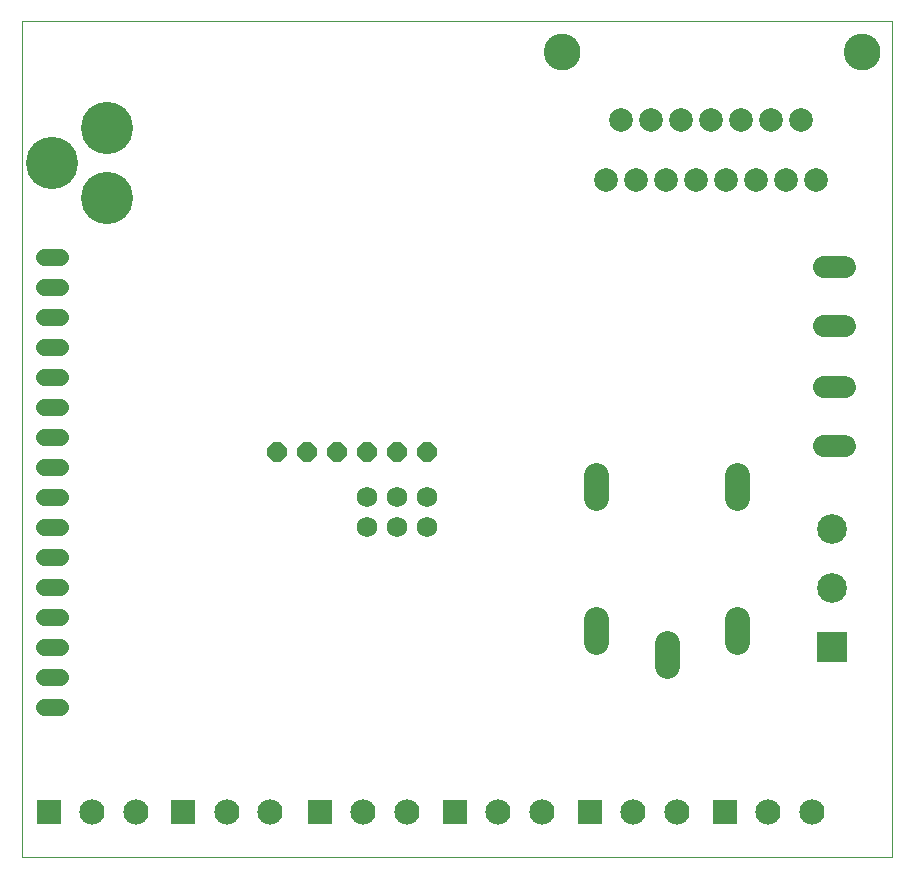
<source format=gbs>
G75*
%MOIN*%
%OFA0B0*%
%FSLAX25Y25*%
%IPPOS*%
%LPD*%
%AMOC8*
5,1,8,0,0,1.08239X$1,22.5*
%
%ADD10C,0.00000*%
%ADD11OC8,0.06400*%
%ADD12C,0.06800*%
%ADD13C,0.17400*%
%ADD14R,0.09900X0.09900*%
%ADD15C,0.09900*%
%ADD16C,0.07450*%
%ADD17C,0.08200*%
%ADD18R,0.08400X0.08400*%
%ADD19C,0.08400*%
%ADD20C,0.05600*%
%ADD21C,0.07880*%
%ADD22C,0.12200*%
D10*
X0019018Y0005102D02*
X0019018Y0283803D01*
X0308939Y0283803D01*
X0308939Y0005102D01*
X0019018Y0005102D01*
X0193118Y0273602D02*
X0193120Y0273755D01*
X0193126Y0273908D01*
X0193136Y0274061D01*
X0193150Y0274214D01*
X0193168Y0274366D01*
X0193189Y0274517D01*
X0193215Y0274668D01*
X0193245Y0274819D01*
X0193278Y0274968D01*
X0193316Y0275117D01*
X0193357Y0275264D01*
X0193402Y0275411D01*
X0193451Y0275556D01*
X0193503Y0275700D01*
X0193560Y0275842D01*
X0193620Y0275983D01*
X0193683Y0276122D01*
X0193751Y0276260D01*
X0193821Y0276396D01*
X0193896Y0276530D01*
X0193973Y0276662D01*
X0194055Y0276792D01*
X0194139Y0276920D01*
X0194227Y0277045D01*
X0194318Y0277168D01*
X0194412Y0277289D01*
X0194509Y0277407D01*
X0194610Y0277523D01*
X0194713Y0277636D01*
X0194819Y0277747D01*
X0194928Y0277854D01*
X0195040Y0277959D01*
X0195154Y0278061D01*
X0195271Y0278160D01*
X0195391Y0278255D01*
X0195513Y0278348D01*
X0195637Y0278437D01*
X0195764Y0278524D01*
X0195893Y0278606D01*
X0196024Y0278686D01*
X0196157Y0278762D01*
X0196292Y0278834D01*
X0196429Y0278903D01*
X0196567Y0278969D01*
X0196707Y0279031D01*
X0196849Y0279089D01*
X0196992Y0279143D01*
X0197137Y0279194D01*
X0197282Y0279241D01*
X0197429Y0279284D01*
X0197577Y0279323D01*
X0197726Y0279359D01*
X0197876Y0279390D01*
X0198027Y0279418D01*
X0198178Y0279442D01*
X0198330Y0279462D01*
X0198483Y0279478D01*
X0198635Y0279490D01*
X0198788Y0279498D01*
X0198941Y0279502D01*
X0199095Y0279502D01*
X0199248Y0279498D01*
X0199401Y0279490D01*
X0199553Y0279478D01*
X0199706Y0279462D01*
X0199858Y0279442D01*
X0200009Y0279418D01*
X0200160Y0279390D01*
X0200310Y0279359D01*
X0200459Y0279323D01*
X0200607Y0279284D01*
X0200754Y0279241D01*
X0200899Y0279194D01*
X0201044Y0279143D01*
X0201187Y0279089D01*
X0201329Y0279031D01*
X0201469Y0278969D01*
X0201607Y0278903D01*
X0201744Y0278834D01*
X0201879Y0278762D01*
X0202012Y0278686D01*
X0202143Y0278606D01*
X0202272Y0278524D01*
X0202399Y0278437D01*
X0202523Y0278348D01*
X0202645Y0278255D01*
X0202765Y0278160D01*
X0202882Y0278061D01*
X0202996Y0277959D01*
X0203108Y0277854D01*
X0203217Y0277747D01*
X0203323Y0277636D01*
X0203426Y0277523D01*
X0203527Y0277407D01*
X0203624Y0277289D01*
X0203718Y0277168D01*
X0203809Y0277045D01*
X0203897Y0276920D01*
X0203981Y0276792D01*
X0204063Y0276662D01*
X0204140Y0276530D01*
X0204215Y0276396D01*
X0204285Y0276260D01*
X0204353Y0276122D01*
X0204416Y0275983D01*
X0204476Y0275842D01*
X0204533Y0275700D01*
X0204585Y0275556D01*
X0204634Y0275411D01*
X0204679Y0275264D01*
X0204720Y0275117D01*
X0204758Y0274968D01*
X0204791Y0274819D01*
X0204821Y0274668D01*
X0204847Y0274517D01*
X0204868Y0274366D01*
X0204886Y0274214D01*
X0204900Y0274061D01*
X0204910Y0273908D01*
X0204916Y0273755D01*
X0204918Y0273602D01*
X0204916Y0273449D01*
X0204910Y0273296D01*
X0204900Y0273143D01*
X0204886Y0272990D01*
X0204868Y0272838D01*
X0204847Y0272687D01*
X0204821Y0272536D01*
X0204791Y0272385D01*
X0204758Y0272236D01*
X0204720Y0272087D01*
X0204679Y0271940D01*
X0204634Y0271793D01*
X0204585Y0271648D01*
X0204533Y0271504D01*
X0204476Y0271362D01*
X0204416Y0271221D01*
X0204353Y0271082D01*
X0204285Y0270944D01*
X0204215Y0270808D01*
X0204140Y0270674D01*
X0204063Y0270542D01*
X0203981Y0270412D01*
X0203897Y0270284D01*
X0203809Y0270159D01*
X0203718Y0270036D01*
X0203624Y0269915D01*
X0203527Y0269797D01*
X0203426Y0269681D01*
X0203323Y0269568D01*
X0203217Y0269457D01*
X0203108Y0269350D01*
X0202996Y0269245D01*
X0202882Y0269143D01*
X0202765Y0269044D01*
X0202645Y0268949D01*
X0202523Y0268856D01*
X0202399Y0268767D01*
X0202272Y0268680D01*
X0202143Y0268598D01*
X0202012Y0268518D01*
X0201879Y0268442D01*
X0201744Y0268370D01*
X0201607Y0268301D01*
X0201469Y0268235D01*
X0201329Y0268173D01*
X0201187Y0268115D01*
X0201044Y0268061D01*
X0200899Y0268010D01*
X0200754Y0267963D01*
X0200607Y0267920D01*
X0200459Y0267881D01*
X0200310Y0267845D01*
X0200160Y0267814D01*
X0200009Y0267786D01*
X0199858Y0267762D01*
X0199706Y0267742D01*
X0199553Y0267726D01*
X0199401Y0267714D01*
X0199248Y0267706D01*
X0199095Y0267702D01*
X0198941Y0267702D01*
X0198788Y0267706D01*
X0198635Y0267714D01*
X0198483Y0267726D01*
X0198330Y0267742D01*
X0198178Y0267762D01*
X0198027Y0267786D01*
X0197876Y0267814D01*
X0197726Y0267845D01*
X0197577Y0267881D01*
X0197429Y0267920D01*
X0197282Y0267963D01*
X0197137Y0268010D01*
X0196992Y0268061D01*
X0196849Y0268115D01*
X0196707Y0268173D01*
X0196567Y0268235D01*
X0196429Y0268301D01*
X0196292Y0268370D01*
X0196157Y0268442D01*
X0196024Y0268518D01*
X0195893Y0268598D01*
X0195764Y0268680D01*
X0195637Y0268767D01*
X0195513Y0268856D01*
X0195391Y0268949D01*
X0195271Y0269044D01*
X0195154Y0269143D01*
X0195040Y0269245D01*
X0194928Y0269350D01*
X0194819Y0269457D01*
X0194713Y0269568D01*
X0194610Y0269681D01*
X0194509Y0269797D01*
X0194412Y0269915D01*
X0194318Y0270036D01*
X0194227Y0270159D01*
X0194139Y0270284D01*
X0194055Y0270412D01*
X0193973Y0270542D01*
X0193896Y0270674D01*
X0193821Y0270808D01*
X0193751Y0270944D01*
X0193683Y0271082D01*
X0193620Y0271221D01*
X0193560Y0271362D01*
X0193503Y0271504D01*
X0193451Y0271648D01*
X0193402Y0271793D01*
X0193357Y0271940D01*
X0193316Y0272087D01*
X0193278Y0272236D01*
X0193245Y0272385D01*
X0193215Y0272536D01*
X0193189Y0272687D01*
X0193168Y0272838D01*
X0193150Y0272990D01*
X0193136Y0273143D01*
X0193126Y0273296D01*
X0193120Y0273449D01*
X0193118Y0273602D01*
X0293118Y0273602D02*
X0293120Y0273755D01*
X0293126Y0273908D01*
X0293136Y0274061D01*
X0293150Y0274214D01*
X0293168Y0274366D01*
X0293189Y0274517D01*
X0293215Y0274668D01*
X0293245Y0274819D01*
X0293278Y0274968D01*
X0293316Y0275117D01*
X0293357Y0275264D01*
X0293402Y0275411D01*
X0293451Y0275556D01*
X0293503Y0275700D01*
X0293560Y0275842D01*
X0293620Y0275983D01*
X0293683Y0276122D01*
X0293751Y0276260D01*
X0293821Y0276396D01*
X0293896Y0276530D01*
X0293973Y0276662D01*
X0294055Y0276792D01*
X0294139Y0276920D01*
X0294227Y0277045D01*
X0294318Y0277168D01*
X0294412Y0277289D01*
X0294509Y0277407D01*
X0294610Y0277523D01*
X0294713Y0277636D01*
X0294819Y0277747D01*
X0294928Y0277854D01*
X0295040Y0277959D01*
X0295154Y0278061D01*
X0295271Y0278160D01*
X0295391Y0278255D01*
X0295513Y0278348D01*
X0295637Y0278437D01*
X0295764Y0278524D01*
X0295893Y0278606D01*
X0296024Y0278686D01*
X0296157Y0278762D01*
X0296292Y0278834D01*
X0296429Y0278903D01*
X0296567Y0278969D01*
X0296707Y0279031D01*
X0296849Y0279089D01*
X0296992Y0279143D01*
X0297137Y0279194D01*
X0297282Y0279241D01*
X0297429Y0279284D01*
X0297577Y0279323D01*
X0297726Y0279359D01*
X0297876Y0279390D01*
X0298027Y0279418D01*
X0298178Y0279442D01*
X0298330Y0279462D01*
X0298483Y0279478D01*
X0298635Y0279490D01*
X0298788Y0279498D01*
X0298941Y0279502D01*
X0299095Y0279502D01*
X0299248Y0279498D01*
X0299401Y0279490D01*
X0299553Y0279478D01*
X0299706Y0279462D01*
X0299858Y0279442D01*
X0300009Y0279418D01*
X0300160Y0279390D01*
X0300310Y0279359D01*
X0300459Y0279323D01*
X0300607Y0279284D01*
X0300754Y0279241D01*
X0300899Y0279194D01*
X0301044Y0279143D01*
X0301187Y0279089D01*
X0301329Y0279031D01*
X0301469Y0278969D01*
X0301607Y0278903D01*
X0301744Y0278834D01*
X0301879Y0278762D01*
X0302012Y0278686D01*
X0302143Y0278606D01*
X0302272Y0278524D01*
X0302399Y0278437D01*
X0302523Y0278348D01*
X0302645Y0278255D01*
X0302765Y0278160D01*
X0302882Y0278061D01*
X0302996Y0277959D01*
X0303108Y0277854D01*
X0303217Y0277747D01*
X0303323Y0277636D01*
X0303426Y0277523D01*
X0303527Y0277407D01*
X0303624Y0277289D01*
X0303718Y0277168D01*
X0303809Y0277045D01*
X0303897Y0276920D01*
X0303981Y0276792D01*
X0304063Y0276662D01*
X0304140Y0276530D01*
X0304215Y0276396D01*
X0304285Y0276260D01*
X0304353Y0276122D01*
X0304416Y0275983D01*
X0304476Y0275842D01*
X0304533Y0275700D01*
X0304585Y0275556D01*
X0304634Y0275411D01*
X0304679Y0275264D01*
X0304720Y0275117D01*
X0304758Y0274968D01*
X0304791Y0274819D01*
X0304821Y0274668D01*
X0304847Y0274517D01*
X0304868Y0274366D01*
X0304886Y0274214D01*
X0304900Y0274061D01*
X0304910Y0273908D01*
X0304916Y0273755D01*
X0304918Y0273602D01*
X0304916Y0273449D01*
X0304910Y0273296D01*
X0304900Y0273143D01*
X0304886Y0272990D01*
X0304868Y0272838D01*
X0304847Y0272687D01*
X0304821Y0272536D01*
X0304791Y0272385D01*
X0304758Y0272236D01*
X0304720Y0272087D01*
X0304679Y0271940D01*
X0304634Y0271793D01*
X0304585Y0271648D01*
X0304533Y0271504D01*
X0304476Y0271362D01*
X0304416Y0271221D01*
X0304353Y0271082D01*
X0304285Y0270944D01*
X0304215Y0270808D01*
X0304140Y0270674D01*
X0304063Y0270542D01*
X0303981Y0270412D01*
X0303897Y0270284D01*
X0303809Y0270159D01*
X0303718Y0270036D01*
X0303624Y0269915D01*
X0303527Y0269797D01*
X0303426Y0269681D01*
X0303323Y0269568D01*
X0303217Y0269457D01*
X0303108Y0269350D01*
X0302996Y0269245D01*
X0302882Y0269143D01*
X0302765Y0269044D01*
X0302645Y0268949D01*
X0302523Y0268856D01*
X0302399Y0268767D01*
X0302272Y0268680D01*
X0302143Y0268598D01*
X0302012Y0268518D01*
X0301879Y0268442D01*
X0301744Y0268370D01*
X0301607Y0268301D01*
X0301469Y0268235D01*
X0301329Y0268173D01*
X0301187Y0268115D01*
X0301044Y0268061D01*
X0300899Y0268010D01*
X0300754Y0267963D01*
X0300607Y0267920D01*
X0300459Y0267881D01*
X0300310Y0267845D01*
X0300160Y0267814D01*
X0300009Y0267786D01*
X0299858Y0267762D01*
X0299706Y0267742D01*
X0299553Y0267726D01*
X0299401Y0267714D01*
X0299248Y0267706D01*
X0299095Y0267702D01*
X0298941Y0267702D01*
X0298788Y0267706D01*
X0298635Y0267714D01*
X0298483Y0267726D01*
X0298330Y0267742D01*
X0298178Y0267762D01*
X0298027Y0267786D01*
X0297876Y0267814D01*
X0297726Y0267845D01*
X0297577Y0267881D01*
X0297429Y0267920D01*
X0297282Y0267963D01*
X0297137Y0268010D01*
X0296992Y0268061D01*
X0296849Y0268115D01*
X0296707Y0268173D01*
X0296567Y0268235D01*
X0296429Y0268301D01*
X0296292Y0268370D01*
X0296157Y0268442D01*
X0296024Y0268518D01*
X0295893Y0268598D01*
X0295764Y0268680D01*
X0295637Y0268767D01*
X0295513Y0268856D01*
X0295391Y0268949D01*
X0295271Y0269044D01*
X0295154Y0269143D01*
X0295040Y0269245D01*
X0294928Y0269350D01*
X0294819Y0269457D01*
X0294713Y0269568D01*
X0294610Y0269681D01*
X0294509Y0269797D01*
X0294412Y0269915D01*
X0294318Y0270036D01*
X0294227Y0270159D01*
X0294139Y0270284D01*
X0294055Y0270412D01*
X0293973Y0270542D01*
X0293896Y0270674D01*
X0293821Y0270808D01*
X0293751Y0270944D01*
X0293683Y0271082D01*
X0293620Y0271221D01*
X0293560Y0271362D01*
X0293503Y0271504D01*
X0293451Y0271648D01*
X0293402Y0271793D01*
X0293357Y0271940D01*
X0293316Y0272087D01*
X0293278Y0272236D01*
X0293245Y0272385D01*
X0293215Y0272536D01*
X0293189Y0272687D01*
X0293168Y0272838D01*
X0293150Y0272990D01*
X0293136Y0273143D01*
X0293126Y0273296D01*
X0293120Y0273449D01*
X0293118Y0273602D01*
D11*
X0154018Y0140102D03*
X0144018Y0140102D03*
X0134018Y0140102D03*
X0124018Y0140102D03*
X0114018Y0140102D03*
X0104018Y0140102D03*
D12*
X0134018Y0125102D03*
X0144018Y0125102D03*
X0154018Y0125102D03*
X0154018Y0115102D03*
X0144018Y0115102D03*
X0134018Y0115102D03*
D13*
X0047518Y0224665D03*
X0029014Y0236476D03*
X0047518Y0248287D03*
D14*
X0289018Y0075102D03*
D15*
X0289018Y0094787D03*
X0289018Y0114472D03*
D16*
X0286493Y0142260D02*
X0293543Y0142260D01*
X0293543Y0161945D02*
X0286493Y0161945D01*
X0286493Y0182260D02*
X0293543Y0182260D01*
X0293543Y0201945D02*
X0286493Y0201945D01*
D17*
X0257518Y0132502D02*
X0257518Y0124702D01*
X0257518Y0084502D02*
X0257518Y0076702D01*
X0234018Y0076502D02*
X0234018Y0068702D01*
X0210518Y0076702D02*
X0210518Y0084502D01*
X0210518Y0124702D02*
X0210518Y0132502D01*
D18*
X0208318Y0020102D03*
X0253318Y0020102D03*
X0163318Y0020102D03*
X0118318Y0020102D03*
X0072818Y0020102D03*
X0028018Y0020102D03*
D19*
X0042497Y0020102D03*
X0056977Y0020102D03*
X0087297Y0020102D03*
X0101777Y0020102D03*
X0132797Y0020102D03*
X0147277Y0020102D03*
X0177797Y0020102D03*
X0192277Y0020102D03*
X0222797Y0020102D03*
X0237277Y0020102D03*
X0267797Y0020102D03*
X0282277Y0020102D03*
D20*
X0031618Y0055102D02*
X0026418Y0055102D01*
X0026418Y0065102D02*
X0031618Y0065102D01*
X0031618Y0075102D02*
X0026418Y0075102D01*
X0026418Y0085102D02*
X0031618Y0085102D01*
X0031618Y0095102D02*
X0026418Y0095102D01*
X0026418Y0105102D02*
X0031618Y0105102D01*
X0031618Y0115102D02*
X0026418Y0115102D01*
X0026418Y0125102D02*
X0031618Y0125102D01*
X0031618Y0135102D02*
X0026418Y0135102D01*
X0026418Y0145102D02*
X0031618Y0145102D01*
X0031618Y0155102D02*
X0026418Y0155102D01*
X0026418Y0165102D02*
X0031618Y0165102D01*
X0031618Y0175102D02*
X0026418Y0175102D01*
X0026418Y0185102D02*
X0031618Y0185102D01*
X0031618Y0195102D02*
X0026418Y0195102D01*
X0026418Y0205102D02*
X0031618Y0205102D01*
D21*
X0213782Y0230693D03*
X0223782Y0230693D03*
X0233782Y0230693D03*
X0243782Y0230693D03*
X0253782Y0230693D03*
X0263782Y0230693D03*
X0273782Y0230693D03*
X0283782Y0230693D03*
X0278782Y0250693D03*
X0268782Y0250693D03*
X0258782Y0250693D03*
X0248782Y0250693D03*
X0238782Y0250693D03*
X0228782Y0250693D03*
X0218782Y0250693D03*
D22*
X0199018Y0273602D03*
X0299018Y0273602D03*
M02*

</source>
